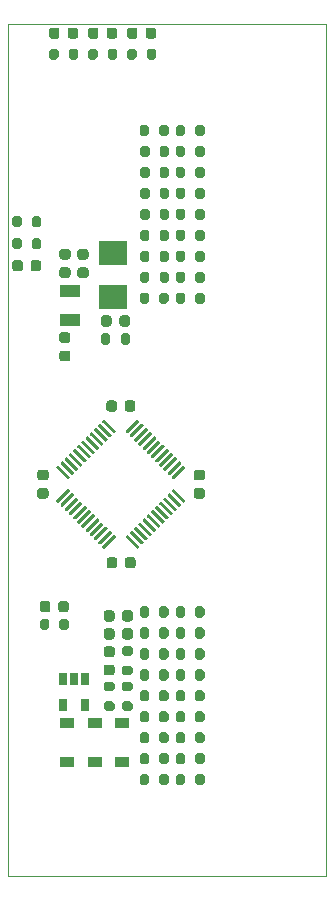
<source format=gbr>
%TF.GenerationSoftware,KiCad,Pcbnew,(5.1.9-16-g1737927814)-1*%
%TF.CreationDate,2021-07-07T15:11:54-05:00*%
%TF.ProjectId,bluepill_scsi,626c7565-7069-46c6-9c5f-736373692e6b,rev?*%
%TF.SameCoordinates,Original*%
%TF.FileFunction,Paste,Bot*%
%TF.FilePolarity,Positive*%
%FSLAX46Y46*%
G04 Gerber Fmt 4.6, Leading zero omitted, Abs format (unit mm)*
G04 Created by KiCad (PCBNEW (5.1.9-16-g1737927814)-1) date 2021-07-07 15:11:54*
%MOMM*%
%LPD*%
G01*
G04 APERTURE LIST*
%TA.AperFunction,Profile*%
%ADD10C,0.050000*%
%TD*%
%ADD11R,1.200000X0.900000*%
%ADD12R,2.400000X2.000000*%
%ADD13R,1.800000X1.000000*%
%ADD14R,0.650000X1.060000*%
G04 APERTURE END LIST*
D10*
X113538000Y-148475700D02*
X86664800Y-148475700D01*
X113538000Y-76314300D02*
X86664800Y-76314300D01*
X113538000Y-148475700D02*
X113538000Y-76314300D01*
X86664800Y-148475700D02*
X86664800Y-76314300D01*
D11*
%TO.C,D6*%
X96316800Y-138784600D03*
X96316800Y-135484600D03*
%TD*%
%TO.C,D4*%
X91605100Y-138784600D03*
X91605100Y-135484600D03*
%TD*%
%TO.C,D3*%
X93967300Y-138784600D03*
X93967300Y-135484600D03*
%TD*%
%TO.C,R47*%
G36*
G01*
X101644900Y-97480075D02*
X101644900Y-98030075D01*
G75*
G02*
X101444900Y-98230075I-200000J0D01*
G01*
X101044900Y-98230075D01*
G75*
G02*
X100844900Y-98030075I0J200000D01*
G01*
X100844900Y-97480075D01*
G75*
G02*
X101044900Y-97280075I200000J0D01*
G01*
X101444900Y-97280075D01*
G75*
G02*
X101644900Y-97480075I0J-200000D01*
G01*
G37*
G36*
G01*
X103294900Y-97480075D02*
X103294900Y-98030075D01*
G75*
G02*
X103094900Y-98230075I-200000J0D01*
G01*
X102694900Y-98230075D01*
G75*
G02*
X102494900Y-98030075I0J200000D01*
G01*
X102494900Y-97480075D01*
G75*
G02*
X102694900Y-97280075I200000J0D01*
G01*
X103094900Y-97280075D01*
G75*
G02*
X103294900Y-97480075I0J-200000D01*
G01*
G37*
%TD*%
%TO.C,R46*%
G36*
G01*
X99472300Y-98030075D02*
X99472300Y-97480075D01*
G75*
G02*
X99672300Y-97280075I200000J0D01*
G01*
X100072300Y-97280075D01*
G75*
G02*
X100272300Y-97480075I0J-200000D01*
G01*
X100272300Y-98030075D01*
G75*
G02*
X100072300Y-98230075I-200000J0D01*
G01*
X99672300Y-98230075D01*
G75*
G02*
X99472300Y-98030075I0J200000D01*
G01*
G37*
G36*
G01*
X97822300Y-98030075D02*
X97822300Y-97480075D01*
G75*
G02*
X98022300Y-97280075I200000J0D01*
G01*
X98422300Y-97280075D01*
G75*
G02*
X98622300Y-97480075I0J-200000D01*
G01*
X98622300Y-98030075D01*
G75*
G02*
X98422300Y-98230075I-200000J0D01*
G01*
X98022300Y-98230075D01*
G75*
G02*
X97822300Y-98030075I0J200000D01*
G01*
G37*
%TD*%
%TO.C,R45*%
G36*
G01*
X101644900Y-95705250D02*
X101644900Y-96255250D01*
G75*
G02*
X101444900Y-96455250I-200000J0D01*
G01*
X101044900Y-96455250D01*
G75*
G02*
X100844900Y-96255250I0J200000D01*
G01*
X100844900Y-95705250D01*
G75*
G02*
X101044900Y-95505250I200000J0D01*
G01*
X101444900Y-95505250D01*
G75*
G02*
X101644900Y-95705250I0J-200000D01*
G01*
G37*
G36*
G01*
X103294900Y-95705250D02*
X103294900Y-96255250D01*
G75*
G02*
X103094900Y-96455250I-200000J0D01*
G01*
X102694900Y-96455250D01*
G75*
G02*
X102494900Y-96255250I0J200000D01*
G01*
X102494900Y-95705250D01*
G75*
G02*
X102694900Y-95505250I200000J0D01*
G01*
X103094900Y-95505250D01*
G75*
G02*
X103294900Y-95705250I0J-200000D01*
G01*
G37*
%TD*%
%TO.C,R44*%
G36*
G01*
X99472300Y-96255250D02*
X99472300Y-95705250D01*
G75*
G02*
X99672300Y-95505250I200000J0D01*
G01*
X100072300Y-95505250D01*
G75*
G02*
X100272300Y-95705250I0J-200000D01*
G01*
X100272300Y-96255250D01*
G75*
G02*
X100072300Y-96455250I-200000J0D01*
G01*
X99672300Y-96455250D01*
G75*
G02*
X99472300Y-96255250I0J200000D01*
G01*
G37*
G36*
G01*
X97822300Y-96255250D02*
X97822300Y-95705250D01*
G75*
G02*
X98022300Y-95505250I200000J0D01*
G01*
X98422300Y-95505250D01*
G75*
G02*
X98622300Y-95705250I0J-200000D01*
G01*
X98622300Y-96255250D01*
G75*
G02*
X98422300Y-96455250I-200000J0D01*
G01*
X98022300Y-96455250D01*
G75*
G02*
X97822300Y-96255250I0J200000D01*
G01*
G37*
%TD*%
%TO.C,R43*%
G36*
G01*
X101644900Y-93930425D02*
X101644900Y-94480425D01*
G75*
G02*
X101444900Y-94680425I-200000J0D01*
G01*
X101044900Y-94680425D01*
G75*
G02*
X100844900Y-94480425I0J200000D01*
G01*
X100844900Y-93930425D01*
G75*
G02*
X101044900Y-93730425I200000J0D01*
G01*
X101444900Y-93730425D01*
G75*
G02*
X101644900Y-93930425I0J-200000D01*
G01*
G37*
G36*
G01*
X103294900Y-93930425D02*
X103294900Y-94480425D01*
G75*
G02*
X103094900Y-94680425I-200000J0D01*
G01*
X102694900Y-94680425D01*
G75*
G02*
X102494900Y-94480425I0J200000D01*
G01*
X102494900Y-93930425D01*
G75*
G02*
X102694900Y-93730425I200000J0D01*
G01*
X103094900Y-93730425D01*
G75*
G02*
X103294900Y-93930425I0J-200000D01*
G01*
G37*
%TD*%
%TO.C,R42*%
G36*
G01*
X99472300Y-94480425D02*
X99472300Y-93930425D01*
G75*
G02*
X99672300Y-93730425I200000J0D01*
G01*
X100072300Y-93730425D01*
G75*
G02*
X100272300Y-93930425I0J-200000D01*
G01*
X100272300Y-94480425D01*
G75*
G02*
X100072300Y-94680425I-200000J0D01*
G01*
X99672300Y-94680425D01*
G75*
G02*
X99472300Y-94480425I0J200000D01*
G01*
G37*
G36*
G01*
X97822300Y-94480425D02*
X97822300Y-93930425D01*
G75*
G02*
X98022300Y-93730425I200000J0D01*
G01*
X98422300Y-93730425D01*
G75*
G02*
X98622300Y-93930425I0J-200000D01*
G01*
X98622300Y-94480425D01*
G75*
G02*
X98422300Y-94680425I-200000J0D01*
G01*
X98022300Y-94680425D01*
G75*
G02*
X97822300Y-94480425I0J200000D01*
G01*
G37*
%TD*%
%TO.C,R41*%
G36*
G01*
X101644900Y-92155600D02*
X101644900Y-92705600D01*
G75*
G02*
X101444900Y-92905600I-200000J0D01*
G01*
X101044900Y-92905600D01*
G75*
G02*
X100844900Y-92705600I0J200000D01*
G01*
X100844900Y-92155600D01*
G75*
G02*
X101044900Y-91955600I200000J0D01*
G01*
X101444900Y-91955600D01*
G75*
G02*
X101644900Y-92155600I0J-200000D01*
G01*
G37*
G36*
G01*
X103294900Y-92155600D02*
X103294900Y-92705600D01*
G75*
G02*
X103094900Y-92905600I-200000J0D01*
G01*
X102694900Y-92905600D01*
G75*
G02*
X102494900Y-92705600I0J200000D01*
G01*
X102494900Y-92155600D01*
G75*
G02*
X102694900Y-91955600I200000J0D01*
G01*
X103094900Y-91955600D01*
G75*
G02*
X103294900Y-92155600I0J-200000D01*
G01*
G37*
%TD*%
%TO.C,R40*%
G36*
G01*
X99485000Y-92705600D02*
X99485000Y-92155600D01*
G75*
G02*
X99685000Y-91955600I200000J0D01*
G01*
X100085000Y-91955600D01*
G75*
G02*
X100285000Y-92155600I0J-200000D01*
G01*
X100285000Y-92705600D01*
G75*
G02*
X100085000Y-92905600I-200000J0D01*
G01*
X99685000Y-92905600D01*
G75*
G02*
X99485000Y-92705600I0J200000D01*
G01*
G37*
G36*
G01*
X97835000Y-92705600D02*
X97835000Y-92155600D01*
G75*
G02*
X98035000Y-91955600I200000J0D01*
G01*
X98435000Y-91955600D01*
G75*
G02*
X98635000Y-92155600I0J-200000D01*
G01*
X98635000Y-92705600D01*
G75*
G02*
X98435000Y-92905600I-200000J0D01*
G01*
X98035000Y-92905600D01*
G75*
G02*
X97835000Y-92705600I0J200000D01*
G01*
G37*
%TD*%
%TO.C,R39*%
G36*
G01*
X101644900Y-90380775D02*
X101644900Y-90930775D01*
G75*
G02*
X101444900Y-91130775I-200000J0D01*
G01*
X101044900Y-91130775D01*
G75*
G02*
X100844900Y-90930775I0J200000D01*
G01*
X100844900Y-90380775D01*
G75*
G02*
X101044900Y-90180775I200000J0D01*
G01*
X101444900Y-90180775D01*
G75*
G02*
X101644900Y-90380775I0J-200000D01*
G01*
G37*
G36*
G01*
X103294900Y-90380775D02*
X103294900Y-90930775D01*
G75*
G02*
X103094900Y-91130775I-200000J0D01*
G01*
X102694900Y-91130775D01*
G75*
G02*
X102494900Y-90930775I0J200000D01*
G01*
X102494900Y-90380775D01*
G75*
G02*
X102694900Y-90180775I200000J0D01*
G01*
X103094900Y-90180775D01*
G75*
G02*
X103294900Y-90380775I0J-200000D01*
G01*
G37*
%TD*%
%TO.C,R38*%
G36*
G01*
X99485000Y-90930775D02*
X99485000Y-90380775D01*
G75*
G02*
X99685000Y-90180775I200000J0D01*
G01*
X100085000Y-90180775D01*
G75*
G02*
X100285000Y-90380775I0J-200000D01*
G01*
X100285000Y-90930775D01*
G75*
G02*
X100085000Y-91130775I-200000J0D01*
G01*
X99685000Y-91130775D01*
G75*
G02*
X99485000Y-90930775I0J200000D01*
G01*
G37*
G36*
G01*
X97835000Y-90930775D02*
X97835000Y-90380775D01*
G75*
G02*
X98035000Y-90180775I200000J0D01*
G01*
X98435000Y-90180775D01*
G75*
G02*
X98635000Y-90380775I0J-200000D01*
G01*
X98635000Y-90930775D01*
G75*
G02*
X98435000Y-91130775I-200000J0D01*
G01*
X98035000Y-91130775D01*
G75*
G02*
X97835000Y-90930775I0J200000D01*
G01*
G37*
%TD*%
%TO.C,R37*%
G36*
G01*
X101644900Y-88605950D02*
X101644900Y-89155950D01*
G75*
G02*
X101444900Y-89355950I-200000J0D01*
G01*
X101044900Y-89355950D01*
G75*
G02*
X100844900Y-89155950I0J200000D01*
G01*
X100844900Y-88605950D01*
G75*
G02*
X101044900Y-88405950I200000J0D01*
G01*
X101444900Y-88405950D01*
G75*
G02*
X101644900Y-88605950I0J-200000D01*
G01*
G37*
G36*
G01*
X103294900Y-88605950D02*
X103294900Y-89155950D01*
G75*
G02*
X103094900Y-89355950I-200000J0D01*
G01*
X102694900Y-89355950D01*
G75*
G02*
X102494900Y-89155950I0J200000D01*
G01*
X102494900Y-88605950D01*
G75*
G02*
X102694900Y-88405950I200000J0D01*
G01*
X103094900Y-88405950D01*
G75*
G02*
X103294900Y-88605950I0J-200000D01*
G01*
G37*
%TD*%
%TO.C,R36*%
G36*
G01*
X99485000Y-89155950D02*
X99485000Y-88605950D01*
G75*
G02*
X99685000Y-88405950I200000J0D01*
G01*
X100085000Y-88405950D01*
G75*
G02*
X100285000Y-88605950I0J-200000D01*
G01*
X100285000Y-89155950D01*
G75*
G02*
X100085000Y-89355950I-200000J0D01*
G01*
X99685000Y-89355950D01*
G75*
G02*
X99485000Y-89155950I0J200000D01*
G01*
G37*
G36*
G01*
X97835000Y-89155950D02*
X97835000Y-88605950D01*
G75*
G02*
X98035000Y-88405950I200000J0D01*
G01*
X98435000Y-88405950D01*
G75*
G02*
X98635000Y-88605950I0J-200000D01*
G01*
X98635000Y-89155950D01*
G75*
G02*
X98435000Y-89355950I-200000J0D01*
G01*
X98035000Y-89355950D01*
G75*
G02*
X97835000Y-89155950I0J200000D01*
G01*
G37*
%TD*%
%TO.C,R35*%
G36*
G01*
X101644900Y-86831125D02*
X101644900Y-87381125D01*
G75*
G02*
X101444900Y-87581125I-200000J0D01*
G01*
X101044900Y-87581125D01*
G75*
G02*
X100844900Y-87381125I0J200000D01*
G01*
X100844900Y-86831125D01*
G75*
G02*
X101044900Y-86631125I200000J0D01*
G01*
X101444900Y-86631125D01*
G75*
G02*
X101644900Y-86831125I0J-200000D01*
G01*
G37*
G36*
G01*
X103294900Y-86831125D02*
X103294900Y-87381125D01*
G75*
G02*
X103094900Y-87581125I-200000J0D01*
G01*
X102694900Y-87581125D01*
G75*
G02*
X102494900Y-87381125I0J200000D01*
G01*
X102494900Y-86831125D01*
G75*
G02*
X102694900Y-86631125I200000J0D01*
G01*
X103094900Y-86631125D01*
G75*
G02*
X103294900Y-86831125I0J-200000D01*
G01*
G37*
%TD*%
%TO.C,R34*%
G36*
G01*
X99485000Y-87381125D02*
X99485000Y-86831125D01*
G75*
G02*
X99685000Y-86631125I200000J0D01*
G01*
X100085000Y-86631125D01*
G75*
G02*
X100285000Y-86831125I0J-200000D01*
G01*
X100285000Y-87381125D01*
G75*
G02*
X100085000Y-87581125I-200000J0D01*
G01*
X99685000Y-87581125D01*
G75*
G02*
X99485000Y-87381125I0J200000D01*
G01*
G37*
G36*
G01*
X97835000Y-87381125D02*
X97835000Y-86831125D01*
G75*
G02*
X98035000Y-86631125I200000J0D01*
G01*
X98435000Y-86631125D01*
G75*
G02*
X98635000Y-86831125I0J-200000D01*
G01*
X98635000Y-87381125D01*
G75*
G02*
X98435000Y-87581125I-200000J0D01*
G01*
X98035000Y-87581125D01*
G75*
G02*
X97835000Y-87381125I0J200000D01*
G01*
G37*
%TD*%
%TO.C,R33*%
G36*
G01*
X101644900Y-85056300D02*
X101644900Y-85606300D01*
G75*
G02*
X101444900Y-85806300I-200000J0D01*
G01*
X101044900Y-85806300D01*
G75*
G02*
X100844900Y-85606300I0J200000D01*
G01*
X100844900Y-85056300D01*
G75*
G02*
X101044900Y-84856300I200000J0D01*
G01*
X101444900Y-84856300D01*
G75*
G02*
X101644900Y-85056300I0J-200000D01*
G01*
G37*
G36*
G01*
X103294900Y-85056300D02*
X103294900Y-85606300D01*
G75*
G02*
X103094900Y-85806300I-200000J0D01*
G01*
X102694900Y-85806300D01*
G75*
G02*
X102494900Y-85606300I0J200000D01*
G01*
X102494900Y-85056300D01*
G75*
G02*
X102694900Y-84856300I200000J0D01*
G01*
X103094900Y-84856300D01*
G75*
G02*
X103294900Y-85056300I0J-200000D01*
G01*
G37*
%TD*%
%TO.C,R32*%
G36*
G01*
X99434200Y-85606300D02*
X99434200Y-85056300D01*
G75*
G02*
X99634200Y-84856300I200000J0D01*
G01*
X100034200Y-84856300D01*
G75*
G02*
X100234200Y-85056300I0J-200000D01*
G01*
X100234200Y-85606300D01*
G75*
G02*
X100034200Y-85806300I-200000J0D01*
G01*
X99634200Y-85806300D01*
G75*
G02*
X99434200Y-85606300I0J200000D01*
G01*
G37*
G36*
G01*
X97784200Y-85606300D02*
X97784200Y-85056300D01*
G75*
G02*
X97984200Y-84856300I200000J0D01*
G01*
X98384200Y-84856300D01*
G75*
G02*
X98584200Y-85056300I0J-200000D01*
G01*
X98584200Y-85606300D01*
G75*
G02*
X98384200Y-85806300I-200000J0D01*
G01*
X97984200Y-85806300D01*
G75*
G02*
X97784200Y-85606300I0J200000D01*
G01*
G37*
%TD*%
%TO.C,R31*%
G36*
G01*
X101644900Y-99254900D02*
X101644900Y-99804900D01*
G75*
G02*
X101444900Y-100004900I-200000J0D01*
G01*
X101044900Y-100004900D01*
G75*
G02*
X100844900Y-99804900I0J200000D01*
G01*
X100844900Y-99254900D01*
G75*
G02*
X101044900Y-99054900I200000J0D01*
G01*
X101444900Y-99054900D01*
G75*
G02*
X101644900Y-99254900I0J-200000D01*
G01*
G37*
G36*
G01*
X103294900Y-99254900D02*
X103294900Y-99804900D01*
G75*
G02*
X103094900Y-100004900I-200000J0D01*
G01*
X102694900Y-100004900D01*
G75*
G02*
X102494900Y-99804900I0J200000D01*
G01*
X102494900Y-99254900D01*
G75*
G02*
X102694900Y-99054900I200000J0D01*
G01*
X103094900Y-99054900D01*
G75*
G02*
X103294900Y-99254900I0J-200000D01*
G01*
G37*
%TD*%
%TO.C,R30*%
G36*
G01*
X99434200Y-99804900D02*
X99434200Y-99254900D01*
G75*
G02*
X99634200Y-99054900I200000J0D01*
G01*
X100034200Y-99054900D01*
G75*
G02*
X100234200Y-99254900I0J-200000D01*
G01*
X100234200Y-99804900D01*
G75*
G02*
X100034200Y-100004900I-200000J0D01*
G01*
X99634200Y-100004900D01*
G75*
G02*
X99434200Y-99804900I0J200000D01*
G01*
G37*
G36*
G01*
X97784200Y-99804900D02*
X97784200Y-99254900D01*
G75*
G02*
X97984200Y-99054900I200000J0D01*
G01*
X98384200Y-99054900D01*
G75*
G02*
X98584200Y-99254900I0J-200000D01*
G01*
X98584200Y-99804900D01*
G75*
G02*
X98384200Y-100004900I-200000J0D01*
G01*
X97984200Y-100004900D01*
G75*
G02*
X97784200Y-99804900I0J200000D01*
G01*
G37*
%TD*%
%TO.C,R29*%
G36*
G01*
X101632200Y-125823300D02*
X101632200Y-126373300D01*
G75*
G02*
X101432200Y-126573300I-200000J0D01*
G01*
X101032200Y-126573300D01*
G75*
G02*
X100832200Y-126373300I0J200000D01*
G01*
X100832200Y-125823300D01*
G75*
G02*
X101032200Y-125623300I200000J0D01*
G01*
X101432200Y-125623300D01*
G75*
G02*
X101632200Y-125823300I0J-200000D01*
G01*
G37*
G36*
G01*
X103282200Y-125823300D02*
X103282200Y-126373300D01*
G75*
G02*
X103082200Y-126573300I-200000J0D01*
G01*
X102682200Y-126573300D01*
G75*
G02*
X102482200Y-126373300I0J200000D01*
G01*
X102482200Y-125823300D01*
G75*
G02*
X102682200Y-125623300I200000J0D01*
G01*
X103082200Y-125623300D01*
G75*
G02*
X103282200Y-125823300I0J-200000D01*
G01*
G37*
%TD*%
%TO.C,R28*%
G36*
G01*
X99434200Y-126373300D02*
X99434200Y-125823300D01*
G75*
G02*
X99634200Y-125623300I200000J0D01*
G01*
X100034200Y-125623300D01*
G75*
G02*
X100234200Y-125823300I0J-200000D01*
G01*
X100234200Y-126373300D01*
G75*
G02*
X100034200Y-126573300I-200000J0D01*
G01*
X99634200Y-126573300D01*
G75*
G02*
X99434200Y-126373300I0J200000D01*
G01*
G37*
G36*
G01*
X97784200Y-126373300D02*
X97784200Y-125823300D01*
G75*
G02*
X97984200Y-125623300I200000J0D01*
G01*
X98384200Y-125623300D01*
G75*
G02*
X98584200Y-125823300I0J-200000D01*
G01*
X98584200Y-126373300D01*
G75*
G02*
X98384200Y-126573300I-200000J0D01*
G01*
X97984200Y-126573300D01*
G75*
G02*
X97784200Y-126373300I0J200000D01*
G01*
G37*
%TD*%
%TO.C,R27*%
G36*
G01*
X101632200Y-129372950D02*
X101632200Y-129922950D01*
G75*
G02*
X101432200Y-130122950I-200000J0D01*
G01*
X101032200Y-130122950D01*
G75*
G02*
X100832200Y-129922950I0J200000D01*
G01*
X100832200Y-129372950D01*
G75*
G02*
X101032200Y-129172950I200000J0D01*
G01*
X101432200Y-129172950D01*
G75*
G02*
X101632200Y-129372950I0J-200000D01*
G01*
G37*
G36*
G01*
X103282200Y-129372950D02*
X103282200Y-129922950D01*
G75*
G02*
X103082200Y-130122950I-200000J0D01*
G01*
X102682200Y-130122950D01*
G75*
G02*
X102482200Y-129922950I0J200000D01*
G01*
X102482200Y-129372950D01*
G75*
G02*
X102682200Y-129172950I200000J0D01*
G01*
X103082200Y-129172950D01*
G75*
G02*
X103282200Y-129372950I0J-200000D01*
G01*
G37*
%TD*%
%TO.C,R26*%
G36*
G01*
X99434200Y-129922950D02*
X99434200Y-129372950D01*
G75*
G02*
X99634200Y-129172950I200000J0D01*
G01*
X100034200Y-129172950D01*
G75*
G02*
X100234200Y-129372950I0J-200000D01*
G01*
X100234200Y-129922950D01*
G75*
G02*
X100034200Y-130122950I-200000J0D01*
G01*
X99634200Y-130122950D01*
G75*
G02*
X99434200Y-129922950I0J200000D01*
G01*
G37*
G36*
G01*
X97784200Y-129922950D02*
X97784200Y-129372950D01*
G75*
G02*
X97984200Y-129172950I200000J0D01*
G01*
X98384200Y-129172950D01*
G75*
G02*
X98584200Y-129372950I0J-200000D01*
G01*
X98584200Y-129922950D01*
G75*
G02*
X98384200Y-130122950I-200000J0D01*
G01*
X97984200Y-130122950D01*
G75*
G02*
X97784200Y-129922950I0J200000D01*
G01*
G37*
%TD*%
%TO.C,R25*%
G36*
G01*
X101632200Y-131147775D02*
X101632200Y-131697775D01*
G75*
G02*
X101432200Y-131897775I-200000J0D01*
G01*
X101032200Y-131897775D01*
G75*
G02*
X100832200Y-131697775I0J200000D01*
G01*
X100832200Y-131147775D01*
G75*
G02*
X101032200Y-130947775I200000J0D01*
G01*
X101432200Y-130947775D01*
G75*
G02*
X101632200Y-131147775I0J-200000D01*
G01*
G37*
G36*
G01*
X103282200Y-131147775D02*
X103282200Y-131697775D01*
G75*
G02*
X103082200Y-131897775I-200000J0D01*
G01*
X102682200Y-131897775D01*
G75*
G02*
X102482200Y-131697775I0J200000D01*
G01*
X102482200Y-131147775D01*
G75*
G02*
X102682200Y-130947775I200000J0D01*
G01*
X103082200Y-130947775D01*
G75*
G02*
X103282200Y-131147775I0J-200000D01*
G01*
G37*
%TD*%
%TO.C,R24*%
G36*
G01*
X99434200Y-131697775D02*
X99434200Y-131147775D01*
G75*
G02*
X99634200Y-130947775I200000J0D01*
G01*
X100034200Y-130947775D01*
G75*
G02*
X100234200Y-131147775I0J-200000D01*
G01*
X100234200Y-131697775D01*
G75*
G02*
X100034200Y-131897775I-200000J0D01*
G01*
X99634200Y-131897775D01*
G75*
G02*
X99434200Y-131697775I0J200000D01*
G01*
G37*
G36*
G01*
X97784200Y-131697775D02*
X97784200Y-131147775D01*
G75*
G02*
X97984200Y-130947775I200000J0D01*
G01*
X98384200Y-130947775D01*
G75*
G02*
X98584200Y-131147775I0J-200000D01*
G01*
X98584200Y-131697775D01*
G75*
G02*
X98384200Y-131897775I-200000J0D01*
G01*
X97984200Y-131897775D01*
G75*
G02*
X97784200Y-131697775I0J200000D01*
G01*
G37*
%TD*%
%TO.C,R23*%
G36*
G01*
X101632200Y-134697425D02*
X101632200Y-135247425D01*
G75*
G02*
X101432200Y-135447425I-200000J0D01*
G01*
X101032200Y-135447425D01*
G75*
G02*
X100832200Y-135247425I0J200000D01*
G01*
X100832200Y-134697425D01*
G75*
G02*
X101032200Y-134497425I200000J0D01*
G01*
X101432200Y-134497425D01*
G75*
G02*
X101632200Y-134697425I0J-200000D01*
G01*
G37*
G36*
G01*
X103282200Y-134697425D02*
X103282200Y-135247425D01*
G75*
G02*
X103082200Y-135447425I-200000J0D01*
G01*
X102682200Y-135447425D01*
G75*
G02*
X102482200Y-135247425I0J200000D01*
G01*
X102482200Y-134697425D01*
G75*
G02*
X102682200Y-134497425I200000J0D01*
G01*
X103082200Y-134497425D01*
G75*
G02*
X103282200Y-134697425I0J-200000D01*
G01*
G37*
%TD*%
%TO.C,R22*%
G36*
G01*
X99434200Y-135247425D02*
X99434200Y-134697425D01*
G75*
G02*
X99634200Y-134497425I200000J0D01*
G01*
X100034200Y-134497425D01*
G75*
G02*
X100234200Y-134697425I0J-200000D01*
G01*
X100234200Y-135247425D01*
G75*
G02*
X100034200Y-135447425I-200000J0D01*
G01*
X99634200Y-135447425D01*
G75*
G02*
X99434200Y-135247425I0J200000D01*
G01*
G37*
G36*
G01*
X97784200Y-135247425D02*
X97784200Y-134697425D01*
G75*
G02*
X97984200Y-134497425I200000J0D01*
G01*
X98384200Y-134497425D01*
G75*
G02*
X98584200Y-134697425I0J-200000D01*
G01*
X98584200Y-135247425D01*
G75*
G02*
X98384200Y-135447425I-200000J0D01*
G01*
X97984200Y-135447425D01*
G75*
G02*
X97784200Y-135247425I0J200000D01*
G01*
G37*
%TD*%
%TO.C,R21*%
G36*
G01*
X101632200Y-127598125D02*
X101632200Y-128148125D01*
G75*
G02*
X101432200Y-128348125I-200000J0D01*
G01*
X101032200Y-128348125D01*
G75*
G02*
X100832200Y-128148125I0J200000D01*
G01*
X100832200Y-127598125D01*
G75*
G02*
X101032200Y-127398125I200000J0D01*
G01*
X101432200Y-127398125D01*
G75*
G02*
X101632200Y-127598125I0J-200000D01*
G01*
G37*
G36*
G01*
X103282200Y-127598125D02*
X103282200Y-128148125D01*
G75*
G02*
X103082200Y-128348125I-200000J0D01*
G01*
X102682200Y-128348125D01*
G75*
G02*
X102482200Y-128148125I0J200000D01*
G01*
X102482200Y-127598125D01*
G75*
G02*
X102682200Y-127398125I200000J0D01*
G01*
X103082200Y-127398125D01*
G75*
G02*
X103282200Y-127598125I0J-200000D01*
G01*
G37*
%TD*%
%TO.C,R20*%
G36*
G01*
X99434200Y-128148125D02*
X99434200Y-127598125D01*
G75*
G02*
X99634200Y-127398125I200000J0D01*
G01*
X100034200Y-127398125D01*
G75*
G02*
X100234200Y-127598125I0J-200000D01*
G01*
X100234200Y-128148125D01*
G75*
G02*
X100034200Y-128348125I-200000J0D01*
G01*
X99634200Y-128348125D01*
G75*
G02*
X99434200Y-128148125I0J200000D01*
G01*
G37*
G36*
G01*
X97784200Y-128148125D02*
X97784200Y-127598125D01*
G75*
G02*
X97984200Y-127398125I200000J0D01*
G01*
X98384200Y-127398125D01*
G75*
G02*
X98584200Y-127598125I0J-200000D01*
G01*
X98584200Y-128148125D01*
G75*
G02*
X98384200Y-128348125I-200000J0D01*
G01*
X97984200Y-128348125D01*
G75*
G02*
X97784200Y-128148125I0J200000D01*
G01*
G37*
%TD*%
%TO.C,R19*%
G36*
G01*
X101632200Y-132922600D02*
X101632200Y-133472600D01*
G75*
G02*
X101432200Y-133672600I-200000J0D01*
G01*
X101032200Y-133672600D01*
G75*
G02*
X100832200Y-133472600I0J200000D01*
G01*
X100832200Y-132922600D01*
G75*
G02*
X101032200Y-132722600I200000J0D01*
G01*
X101432200Y-132722600D01*
G75*
G02*
X101632200Y-132922600I0J-200000D01*
G01*
G37*
G36*
G01*
X103282200Y-132922600D02*
X103282200Y-133472600D01*
G75*
G02*
X103082200Y-133672600I-200000J0D01*
G01*
X102682200Y-133672600D01*
G75*
G02*
X102482200Y-133472600I0J200000D01*
G01*
X102482200Y-132922600D01*
G75*
G02*
X102682200Y-132722600I200000J0D01*
G01*
X103082200Y-132722600D01*
G75*
G02*
X103282200Y-132922600I0J-200000D01*
G01*
G37*
%TD*%
%TO.C,R18*%
G36*
G01*
X99434200Y-133472600D02*
X99434200Y-132922600D01*
G75*
G02*
X99634200Y-132722600I200000J0D01*
G01*
X100034200Y-132722600D01*
G75*
G02*
X100234200Y-132922600I0J-200000D01*
G01*
X100234200Y-133472600D01*
G75*
G02*
X100034200Y-133672600I-200000J0D01*
G01*
X99634200Y-133672600D01*
G75*
G02*
X99434200Y-133472600I0J200000D01*
G01*
G37*
G36*
G01*
X97784200Y-133472600D02*
X97784200Y-132922600D01*
G75*
G02*
X97984200Y-132722600I200000J0D01*
G01*
X98384200Y-132722600D01*
G75*
G02*
X98584200Y-132922600I0J-200000D01*
G01*
X98584200Y-133472600D01*
G75*
G02*
X98384200Y-133672600I-200000J0D01*
G01*
X97984200Y-133672600D01*
G75*
G02*
X97784200Y-133472600I0J200000D01*
G01*
G37*
%TD*%
%TO.C,R17*%
G36*
G01*
X101632200Y-136472250D02*
X101632200Y-137022250D01*
G75*
G02*
X101432200Y-137222250I-200000J0D01*
G01*
X101032200Y-137222250D01*
G75*
G02*
X100832200Y-137022250I0J200000D01*
G01*
X100832200Y-136472250D01*
G75*
G02*
X101032200Y-136272250I200000J0D01*
G01*
X101432200Y-136272250D01*
G75*
G02*
X101632200Y-136472250I0J-200000D01*
G01*
G37*
G36*
G01*
X103282200Y-136472250D02*
X103282200Y-137022250D01*
G75*
G02*
X103082200Y-137222250I-200000J0D01*
G01*
X102682200Y-137222250D01*
G75*
G02*
X102482200Y-137022250I0J200000D01*
G01*
X102482200Y-136472250D01*
G75*
G02*
X102682200Y-136272250I200000J0D01*
G01*
X103082200Y-136272250D01*
G75*
G02*
X103282200Y-136472250I0J-200000D01*
G01*
G37*
%TD*%
%TO.C,R16*%
G36*
G01*
X99434200Y-137022250D02*
X99434200Y-136472250D01*
G75*
G02*
X99634200Y-136272250I200000J0D01*
G01*
X100034200Y-136272250D01*
G75*
G02*
X100234200Y-136472250I0J-200000D01*
G01*
X100234200Y-137022250D01*
G75*
G02*
X100034200Y-137222250I-200000J0D01*
G01*
X99634200Y-137222250D01*
G75*
G02*
X99434200Y-137022250I0J200000D01*
G01*
G37*
G36*
G01*
X97784200Y-137022250D02*
X97784200Y-136472250D01*
G75*
G02*
X97984200Y-136272250I200000J0D01*
G01*
X98384200Y-136272250D01*
G75*
G02*
X98584200Y-136472250I0J-200000D01*
G01*
X98584200Y-137022250D01*
G75*
G02*
X98384200Y-137222250I-200000J0D01*
G01*
X97984200Y-137222250D01*
G75*
G02*
X97784200Y-137022250I0J200000D01*
G01*
G37*
%TD*%
%TO.C,R15*%
G36*
G01*
X101632200Y-138247075D02*
X101632200Y-138797075D01*
G75*
G02*
X101432200Y-138997075I-200000J0D01*
G01*
X101032200Y-138997075D01*
G75*
G02*
X100832200Y-138797075I0J200000D01*
G01*
X100832200Y-138247075D01*
G75*
G02*
X101032200Y-138047075I200000J0D01*
G01*
X101432200Y-138047075D01*
G75*
G02*
X101632200Y-138247075I0J-200000D01*
G01*
G37*
G36*
G01*
X103282200Y-138247075D02*
X103282200Y-138797075D01*
G75*
G02*
X103082200Y-138997075I-200000J0D01*
G01*
X102682200Y-138997075D01*
G75*
G02*
X102482200Y-138797075I0J200000D01*
G01*
X102482200Y-138247075D01*
G75*
G02*
X102682200Y-138047075I200000J0D01*
G01*
X103082200Y-138047075D01*
G75*
G02*
X103282200Y-138247075I0J-200000D01*
G01*
G37*
%TD*%
%TO.C,R14*%
G36*
G01*
X99434200Y-138797075D02*
X99434200Y-138247075D01*
G75*
G02*
X99634200Y-138047075I200000J0D01*
G01*
X100034200Y-138047075D01*
G75*
G02*
X100234200Y-138247075I0J-200000D01*
G01*
X100234200Y-138797075D01*
G75*
G02*
X100034200Y-138997075I-200000J0D01*
G01*
X99634200Y-138997075D01*
G75*
G02*
X99434200Y-138797075I0J200000D01*
G01*
G37*
G36*
G01*
X97784200Y-138797075D02*
X97784200Y-138247075D01*
G75*
G02*
X97984200Y-138047075I200000J0D01*
G01*
X98384200Y-138047075D01*
G75*
G02*
X98584200Y-138247075I0J-200000D01*
G01*
X98584200Y-138797075D01*
G75*
G02*
X98384200Y-138997075I-200000J0D01*
G01*
X97984200Y-138997075D01*
G75*
G02*
X97784200Y-138797075I0J200000D01*
G01*
G37*
%TD*%
%TO.C,R13*%
G36*
G01*
X101632200Y-140021900D02*
X101632200Y-140571900D01*
G75*
G02*
X101432200Y-140771900I-200000J0D01*
G01*
X101032200Y-140771900D01*
G75*
G02*
X100832200Y-140571900I0J200000D01*
G01*
X100832200Y-140021900D01*
G75*
G02*
X101032200Y-139821900I200000J0D01*
G01*
X101432200Y-139821900D01*
G75*
G02*
X101632200Y-140021900I0J-200000D01*
G01*
G37*
G36*
G01*
X103282200Y-140021900D02*
X103282200Y-140571900D01*
G75*
G02*
X103082200Y-140771900I-200000J0D01*
G01*
X102682200Y-140771900D01*
G75*
G02*
X102482200Y-140571900I0J200000D01*
G01*
X102482200Y-140021900D01*
G75*
G02*
X102682200Y-139821900I200000J0D01*
G01*
X103082200Y-139821900D01*
G75*
G02*
X103282200Y-140021900I0J-200000D01*
G01*
G37*
%TD*%
%TO.C,R12*%
G36*
G01*
X99434200Y-140571900D02*
X99434200Y-140021900D01*
G75*
G02*
X99634200Y-139821900I200000J0D01*
G01*
X100034200Y-139821900D01*
G75*
G02*
X100234200Y-140021900I0J-200000D01*
G01*
X100234200Y-140571900D01*
G75*
G02*
X100034200Y-140771900I-200000J0D01*
G01*
X99634200Y-140771900D01*
G75*
G02*
X99434200Y-140571900I0J200000D01*
G01*
G37*
G36*
G01*
X97784200Y-140571900D02*
X97784200Y-140021900D01*
G75*
G02*
X97984200Y-139821900I200000J0D01*
G01*
X98384200Y-139821900D01*
G75*
G02*
X98584200Y-140021900I0J-200000D01*
G01*
X98584200Y-140571900D01*
G75*
G02*
X98384200Y-140771900I-200000J0D01*
G01*
X97984200Y-140771900D01*
G75*
G02*
X97784200Y-140571900I0J200000D01*
G01*
G37*
%TD*%
%TO.C,C6*%
G36*
G01*
X95661600Y-127702500D02*
X95661600Y-128202500D01*
G75*
G02*
X95436600Y-128427500I-225000J0D01*
G01*
X94986600Y-128427500D01*
G75*
G02*
X94761600Y-128202500I0J225000D01*
G01*
X94761600Y-127702500D01*
G75*
G02*
X94986600Y-127477500I225000J0D01*
G01*
X95436600Y-127477500D01*
G75*
G02*
X95661600Y-127702500I0J-225000D01*
G01*
G37*
G36*
G01*
X97211600Y-127702500D02*
X97211600Y-128202500D01*
G75*
G02*
X96986600Y-128427500I-225000J0D01*
G01*
X96536600Y-128427500D01*
G75*
G02*
X96311600Y-128202500I0J225000D01*
G01*
X96311600Y-127702500D01*
G75*
G02*
X96536600Y-127477500I225000J0D01*
G01*
X96986600Y-127477500D01*
G75*
G02*
X97211600Y-127702500I0J-225000D01*
G01*
G37*
%TD*%
%TO.C,C7*%
G36*
G01*
X95661600Y-126178500D02*
X95661600Y-126678500D01*
G75*
G02*
X95436600Y-126903500I-225000J0D01*
G01*
X94986600Y-126903500D01*
G75*
G02*
X94761600Y-126678500I0J225000D01*
G01*
X94761600Y-126178500D01*
G75*
G02*
X94986600Y-125953500I225000J0D01*
G01*
X95436600Y-125953500D01*
G75*
G02*
X95661600Y-126178500I0J-225000D01*
G01*
G37*
G36*
G01*
X97211600Y-126178500D02*
X97211600Y-126678500D01*
G75*
G02*
X96986600Y-126903500I-225000J0D01*
G01*
X96536600Y-126903500D01*
G75*
G02*
X96311600Y-126678500I0J225000D01*
G01*
X96311600Y-126178500D01*
G75*
G02*
X96536600Y-125953500I225000J0D01*
G01*
X96986600Y-125953500D01*
G75*
G02*
X97211600Y-126178500I0J-225000D01*
G01*
G37*
%TD*%
%TO.C,C5*%
G36*
G01*
X95461900Y-129913500D02*
X94961900Y-129913500D01*
G75*
G02*
X94736900Y-129688500I0J225000D01*
G01*
X94736900Y-129238500D01*
G75*
G02*
X94961900Y-129013500I225000J0D01*
G01*
X95461900Y-129013500D01*
G75*
G02*
X95686900Y-129238500I0J-225000D01*
G01*
X95686900Y-129688500D01*
G75*
G02*
X95461900Y-129913500I-225000J0D01*
G01*
G37*
G36*
G01*
X95461900Y-131463500D02*
X94961900Y-131463500D01*
G75*
G02*
X94736900Y-131238500I0J225000D01*
G01*
X94736900Y-130788500D01*
G75*
G02*
X94961900Y-130563500I225000J0D01*
G01*
X95461900Y-130563500D01*
G75*
G02*
X95686900Y-130788500I0J-225000D01*
G01*
X95686900Y-131238500D01*
G75*
G02*
X95461900Y-131463500I-225000J0D01*
G01*
G37*
%TD*%
D12*
%TO.C,Y2*%
X95554800Y-99398700D03*
X95554800Y-95698700D03*
%TD*%
D13*
%TO.C,Y3*%
X91871800Y-98876800D03*
X91871800Y-101376800D03*
%TD*%
%TO.C,U2*%
G36*
G01*
X94841320Y-109810887D02*
X95778236Y-110747803D01*
G75*
G02*
X95778236Y-110853869I-53033J-53033D01*
G01*
X95672170Y-110959935D01*
G75*
G02*
X95566104Y-110959935I-53033J53033D01*
G01*
X94629188Y-110023019D01*
G75*
G02*
X94629188Y-109916953I53033J53033D01*
G01*
X94735254Y-109810887D01*
G75*
G02*
X94841320Y-109810887I53033J-53033D01*
G01*
G37*
G36*
G01*
X94487766Y-110164441D02*
X95424682Y-111101357D01*
G75*
G02*
X95424682Y-111207423I-53033J-53033D01*
G01*
X95318616Y-111313489D01*
G75*
G02*
X95212550Y-111313489I-53033J53033D01*
G01*
X94275634Y-110376573D01*
G75*
G02*
X94275634Y-110270507I53033J53033D01*
G01*
X94381700Y-110164441D01*
G75*
G02*
X94487766Y-110164441I53033J-53033D01*
G01*
G37*
G36*
G01*
X94134213Y-110517994D02*
X95071129Y-111454910D01*
G75*
G02*
X95071129Y-111560976I-53033J-53033D01*
G01*
X94965063Y-111667042D01*
G75*
G02*
X94858997Y-111667042I-53033J53033D01*
G01*
X93922081Y-110730126D01*
G75*
G02*
X93922081Y-110624060I53033J53033D01*
G01*
X94028147Y-110517994D01*
G75*
G02*
X94134213Y-110517994I53033J-53033D01*
G01*
G37*
G36*
G01*
X93780659Y-110871548D02*
X94717575Y-111808464D01*
G75*
G02*
X94717575Y-111914530I-53033J-53033D01*
G01*
X94611509Y-112020596D01*
G75*
G02*
X94505443Y-112020596I-53033J53033D01*
G01*
X93568527Y-111083680D01*
G75*
G02*
X93568527Y-110977614I53033J53033D01*
G01*
X93674593Y-110871548D01*
G75*
G02*
X93780659Y-110871548I53033J-53033D01*
G01*
G37*
G36*
G01*
X93427106Y-111225101D02*
X94364022Y-112162017D01*
G75*
G02*
X94364022Y-112268083I-53033J-53033D01*
G01*
X94257956Y-112374149D01*
G75*
G02*
X94151890Y-112374149I-53033J53033D01*
G01*
X93214974Y-111437233D01*
G75*
G02*
X93214974Y-111331167I53033J53033D01*
G01*
X93321040Y-111225101D01*
G75*
G02*
X93427106Y-111225101I53033J-53033D01*
G01*
G37*
G36*
G01*
X93073553Y-111578654D02*
X94010469Y-112515570D01*
G75*
G02*
X94010469Y-112621636I-53033J-53033D01*
G01*
X93904403Y-112727702D01*
G75*
G02*
X93798337Y-112727702I-53033J53033D01*
G01*
X92861421Y-111790786D01*
G75*
G02*
X92861421Y-111684720I53033J53033D01*
G01*
X92967487Y-111578654D01*
G75*
G02*
X93073553Y-111578654I53033J-53033D01*
G01*
G37*
G36*
G01*
X92719999Y-111932208D02*
X93656915Y-112869124D01*
G75*
G02*
X93656915Y-112975190I-53033J-53033D01*
G01*
X93550849Y-113081256D01*
G75*
G02*
X93444783Y-113081256I-53033J53033D01*
G01*
X92507867Y-112144340D01*
G75*
G02*
X92507867Y-112038274I53033J53033D01*
G01*
X92613933Y-111932208D01*
G75*
G02*
X92719999Y-111932208I53033J-53033D01*
G01*
G37*
G36*
G01*
X92366446Y-112285761D02*
X93303362Y-113222677D01*
G75*
G02*
X93303362Y-113328743I-53033J-53033D01*
G01*
X93197296Y-113434809D01*
G75*
G02*
X93091230Y-113434809I-53033J53033D01*
G01*
X92154314Y-112497893D01*
G75*
G02*
X92154314Y-112391827I53033J53033D01*
G01*
X92260380Y-112285761D01*
G75*
G02*
X92366446Y-112285761I53033J-53033D01*
G01*
G37*
G36*
G01*
X92012893Y-112639314D02*
X92949809Y-113576230D01*
G75*
G02*
X92949809Y-113682296I-53033J-53033D01*
G01*
X92843743Y-113788362D01*
G75*
G02*
X92737677Y-113788362I-53033J53033D01*
G01*
X91800761Y-112851446D01*
G75*
G02*
X91800761Y-112745380I53033J53033D01*
G01*
X91906827Y-112639314D01*
G75*
G02*
X92012893Y-112639314I53033J-53033D01*
G01*
G37*
G36*
G01*
X91659339Y-112992868D02*
X92596255Y-113929784D01*
G75*
G02*
X92596255Y-114035850I-53033J-53033D01*
G01*
X92490189Y-114141916D01*
G75*
G02*
X92384123Y-114141916I-53033J53033D01*
G01*
X91447207Y-113205000D01*
G75*
G02*
X91447207Y-113098934I53033J53033D01*
G01*
X91553273Y-112992868D01*
G75*
G02*
X91659339Y-112992868I53033J-53033D01*
G01*
G37*
G36*
G01*
X91305786Y-113346421D02*
X92242702Y-114283337D01*
G75*
G02*
X92242702Y-114389403I-53033J-53033D01*
G01*
X92136636Y-114495469D01*
G75*
G02*
X92030570Y-114495469I-53033J53033D01*
G01*
X91093654Y-113558553D01*
G75*
G02*
X91093654Y-113452487I53033J53033D01*
G01*
X91199720Y-113346421D01*
G75*
G02*
X91305786Y-113346421I53033J-53033D01*
G01*
G37*
G36*
G01*
X90952232Y-113699975D02*
X91889148Y-114636891D01*
G75*
G02*
X91889148Y-114742957I-53033J-53033D01*
G01*
X91783082Y-114849023D01*
G75*
G02*
X91677016Y-114849023I-53033J53033D01*
G01*
X90740100Y-113912107D01*
G75*
G02*
X90740100Y-113806041I53033J53033D01*
G01*
X90846166Y-113699975D01*
G75*
G02*
X90952232Y-113699975I53033J-53033D01*
G01*
G37*
G36*
G01*
X91783082Y-115697551D02*
X91889148Y-115803617D01*
G75*
G02*
X91889148Y-115909683I-53033J-53033D01*
G01*
X90952232Y-116846599D01*
G75*
G02*
X90846166Y-116846599I-53033J53033D01*
G01*
X90740100Y-116740533D01*
G75*
G02*
X90740100Y-116634467I53033J53033D01*
G01*
X91677016Y-115697551D01*
G75*
G02*
X91783082Y-115697551I53033J-53033D01*
G01*
G37*
G36*
G01*
X92136636Y-116051105D02*
X92242702Y-116157171D01*
G75*
G02*
X92242702Y-116263237I-53033J-53033D01*
G01*
X91305786Y-117200153D01*
G75*
G02*
X91199720Y-117200153I-53033J53033D01*
G01*
X91093654Y-117094087D01*
G75*
G02*
X91093654Y-116988021I53033J53033D01*
G01*
X92030570Y-116051105D01*
G75*
G02*
X92136636Y-116051105I53033J-53033D01*
G01*
G37*
G36*
G01*
X92490189Y-116404658D02*
X92596255Y-116510724D01*
G75*
G02*
X92596255Y-116616790I-53033J-53033D01*
G01*
X91659339Y-117553706D01*
G75*
G02*
X91553273Y-117553706I-53033J53033D01*
G01*
X91447207Y-117447640D01*
G75*
G02*
X91447207Y-117341574I53033J53033D01*
G01*
X92384123Y-116404658D01*
G75*
G02*
X92490189Y-116404658I53033J-53033D01*
G01*
G37*
G36*
G01*
X92843743Y-116758212D02*
X92949809Y-116864278D01*
G75*
G02*
X92949809Y-116970344I-53033J-53033D01*
G01*
X92012893Y-117907260D01*
G75*
G02*
X91906827Y-117907260I-53033J53033D01*
G01*
X91800761Y-117801194D01*
G75*
G02*
X91800761Y-117695128I53033J53033D01*
G01*
X92737677Y-116758212D01*
G75*
G02*
X92843743Y-116758212I53033J-53033D01*
G01*
G37*
G36*
G01*
X93197296Y-117111765D02*
X93303362Y-117217831D01*
G75*
G02*
X93303362Y-117323897I-53033J-53033D01*
G01*
X92366446Y-118260813D01*
G75*
G02*
X92260380Y-118260813I-53033J53033D01*
G01*
X92154314Y-118154747D01*
G75*
G02*
X92154314Y-118048681I53033J53033D01*
G01*
X93091230Y-117111765D01*
G75*
G02*
X93197296Y-117111765I53033J-53033D01*
G01*
G37*
G36*
G01*
X93550849Y-117465318D02*
X93656915Y-117571384D01*
G75*
G02*
X93656915Y-117677450I-53033J-53033D01*
G01*
X92719999Y-118614366D01*
G75*
G02*
X92613933Y-118614366I-53033J53033D01*
G01*
X92507867Y-118508300D01*
G75*
G02*
X92507867Y-118402234I53033J53033D01*
G01*
X93444783Y-117465318D01*
G75*
G02*
X93550849Y-117465318I53033J-53033D01*
G01*
G37*
G36*
G01*
X93904403Y-117818872D02*
X94010469Y-117924938D01*
G75*
G02*
X94010469Y-118031004I-53033J-53033D01*
G01*
X93073553Y-118967920D01*
G75*
G02*
X92967487Y-118967920I-53033J53033D01*
G01*
X92861421Y-118861854D01*
G75*
G02*
X92861421Y-118755788I53033J53033D01*
G01*
X93798337Y-117818872D01*
G75*
G02*
X93904403Y-117818872I53033J-53033D01*
G01*
G37*
G36*
G01*
X94257956Y-118172425D02*
X94364022Y-118278491D01*
G75*
G02*
X94364022Y-118384557I-53033J-53033D01*
G01*
X93427106Y-119321473D01*
G75*
G02*
X93321040Y-119321473I-53033J53033D01*
G01*
X93214974Y-119215407D01*
G75*
G02*
X93214974Y-119109341I53033J53033D01*
G01*
X94151890Y-118172425D01*
G75*
G02*
X94257956Y-118172425I53033J-53033D01*
G01*
G37*
G36*
G01*
X94611509Y-118525978D02*
X94717575Y-118632044D01*
G75*
G02*
X94717575Y-118738110I-53033J-53033D01*
G01*
X93780659Y-119675026D01*
G75*
G02*
X93674593Y-119675026I-53033J53033D01*
G01*
X93568527Y-119568960D01*
G75*
G02*
X93568527Y-119462894I53033J53033D01*
G01*
X94505443Y-118525978D01*
G75*
G02*
X94611509Y-118525978I53033J-53033D01*
G01*
G37*
G36*
G01*
X94965063Y-118879532D02*
X95071129Y-118985598D01*
G75*
G02*
X95071129Y-119091664I-53033J-53033D01*
G01*
X94134213Y-120028580D01*
G75*
G02*
X94028147Y-120028580I-53033J53033D01*
G01*
X93922081Y-119922514D01*
G75*
G02*
X93922081Y-119816448I53033J53033D01*
G01*
X94858997Y-118879532D01*
G75*
G02*
X94965063Y-118879532I53033J-53033D01*
G01*
G37*
G36*
G01*
X95318616Y-119233085D02*
X95424682Y-119339151D01*
G75*
G02*
X95424682Y-119445217I-53033J-53033D01*
G01*
X94487766Y-120382133D01*
G75*
G02*
X94381700Y-120382133I-53033J53033D01*
G01*
X94275634Y-120276067D01*
G75*
G02*
X94275634Y-120170001I53033J53033D01*
G01*
X95212550Y-119233085D01*
G75*
G02*
X95318616Y-119233085I53033J-53033D01*
G01*
G37*
G36*
G01*
X95672170Y-119586639D02*
X95778236Y-119692705D01*
G75*
G02*
X95778236Y-119798771I-53033J-53033D01*
G01*
X94841320Y-120735687D01*
G75*
G02*
X94735254Y-120735687I-53033J53033D01*
G01*
X94629188Y-120629621D01*
G75*
G02*
X94629188Y-120523555I53033J53033D01*
G01*
X95566104Y-119586639D01*
G75*
G02*
X95672170Y-119586639I53033J-53033D01*
G01*
G37*
G36*
G01*
X96838896Y-119586639D02*
X97775812Y-120523555D01*
G75*
G02*
X97775812Y-120629621I-53033J-53033D01*
G01*
X97669746Y-120735687D01*
G75*
G02*
X97563680Y-120735687I-53033J53033D01*
G01*
X96626764Y-119798771D01*
G75*
G02*
X96626764Y-119692705I53033J53033D01*
G01*
X96732830Y-119586639D01*
G75*
G02*
X96838896Y-119586639I53033J-53033D01*
G01*
G37*
G36*
G01*
X97192450Y-119233085D02*
X98129366Y-120170001D01*
G75*
G02*
X98129366Y-120276067I-53033J-53033D01*
G01*
X98023300Y-120382133D01*
G75*
G02*
X97917234Y-120382133I-53033J53033D01*
G01*
X96980318Y-119445217D01*
G75*
G02*
X96980318Y-119339151I53033J53033D01*
G01*
X97086384Y-119233085D01*
G75*
G02*
X97192450Y-119233085I53033J-53033D01*
G01*
G37*
G36*
G01*
X97546003Y-118879532D02*
X98482919Y-119816448D01*
G75*
G02*
X98482919Y-119922514I-53033J-53033D01*
G01*
X98376853Y-120028580D01*
G75*
G02*
X98270787Y-120028580I-53033J53033D01*
G01*
X97333871Y-119091664D01*
G75*
G02*
X97333871Y-118985598I53033J53033D01*
G01*
X97439937Y-118879532D01*
G75*
G02*
X97546003Y-118879532I53033J-53033D01*
G01*
G37*
G36*
G01*
X97899557Y-118525978D02*
X98836473Y-119462894D01*
G75*
G02*
X98836473Y-119568960I-53033J-53033D01*
G01*
X98730407Y-119675026D01*
G75*
G02*
X98624341Y-119675026I-53033J53033D01*
G01*
X97687425Y-118738110D01*
G75*
G02*
X97687425Y-118632044I53033J53033D01*
G01*
X97793491Y-118525978D01*
G75*
G02*
X97899557Y-118525978I53033J-53033D01*
G01*
G37*
G36*
G01*
X98253110Y-118172425D02*
X99190026Y-119109341D01*
G75*
G02*
X99190026Y-119215407I-53033J-53033D01*
G01*
X99083960Y-119321473D01*
G75*
G02*
X98977894Y-119321473I-53033J53033D01*
G01*
X98040978Y-118384557D01*
G75*
G02*
X98040978Y-118278491I53033J53033D01*
G01*
X98147044Y-118172425D01*
G75*
G02*
X98253110Y-118172425I53033J-53033D01*
G01*
G37*
G36*
G01*
X98606663Y-117818872D02*
X99543579Y-118755788D01*
G75*
G02*
X99543579Y-118861854I-53033J-53033D01*
G01*
X99437513Y-118967920D01*
G75*
G02*
X99331447Y-118967920I-53033J53033D01*
G01*
X98394531Y-118031004D01*
G75*
G02*
X98394531Y-117924938I53033J53033D01*
G01*
X98500597Y-117818872D01*
G75*
G02*
X98606663Y-117818872I53033J-53033D01*
G01*
G37*
G36*
G01*
X98960217Y-117465318D02*
X99897133Y-118402234D01*
G75*
G02*
X99897133Y-118508300I-53033J-53033D01*
G01*
X99791067Y-118614366D01*
G75*
G02*
X99685001Y-118614366I-53033J53033D01*
G01*
X98748085Y-117677450D01*
G75*
G02*
X98748085Y-117571384I53033J53033D01*
G01*
X98854151Y-117465318D01*
G75*
G02*
X98960217Y-117465318I53033J-53033D01*
G01*
G37*
G36*
G01*
X99313770Y-117111765D02*
X100250686Y-118048681D01*
G75*
G02*
X100250686Y-118154747I-53033J-53033D01*
G01*
X100144620Y-118260813D01*
G75*
G02*
X100038554Y-118260813I-53033J53033D01*
G01*
X99101638Y-117323897D01*
G75*
G02*
X99101638Y-117217831I53033J53033D01*
G01*
X99207704Y-117111765D01*
G75*
G02*
X99313770Y-117111765I53033J-53033D01*
G01*
G37*
G36*
G01*
X99667323Y-116758212D02*
X100604239Y-117695128D01*
G75*
G02*
X100604239Y-117801194I-53033J-53033D01*
G01*
X100498173Y-117907260D01*
G75*
G02*
X100392107Y-117907260I-53033J53033D01*
G01*
X99455191Y-116970344D01*
G75*
G02*
X99455191Y-116864278I53033J53033D01*
G01*
X99561257Y-116758212D01*
G75*
G02*
X99667323Y-116758212I53033J-53033D01*
G01*
G37*
G36*
G01*
X100020877Y-116404658D02*
X100957793Y-117341574D01*
G75*
G02*
X100957793Y-117447640I-53033J-53033D01*
G01*
X100851727Y-117553706D01*
G75*
G02*
X100745661Y-117553706I-53033J53033D01*
G01*
X99808745Y-116616790D01*
G75*
G02*
X99808745Y-116510724I53033J53033D01*
G01*
X99914811Y-116404658D01*
G75*
G02*
X100020877Y-116404658I53033J-53033D01*
G01*
G37*
G36*
G01*
X100374430Y-116051105D02*
X101311346Y-116988021D01*
G75*
G02*
X101311346Y-117094087I-53033J-53033D01*
G01*
X101205280Y-117200153D01*
G75*
G02*
X101099214Y-117200153I-53033J53033D01*
G01*
X100162298Y-116263237D01*
G75*
G02*
X100162298Y-116157171I53033J53033D01*
G01*
X100268364Y-116051105D01*
G75*
G02*
X100374430Y-116051105I53033J-53033D01*
G01*
G37*
G36*
G01*
X100727984Y-115697551D02*
X101664900Y-116634467D01*
G75*
G02*
X101664900Y-116740533I-53033J-53033D01*
G01*
X101558834Y-116846599D01*
G75*
G02*
X101452768Y-116846599I-53033J53033D01*
G01*
X100515852Y-115909683D01*
G75*
G02*
X100515852Y-115803617I53033J53033D01*
G01*
X100621918Y-115697551D01*
G75*
G02*
X100727984Y-115697551I53033J-53033D01*
G01*
G37*
G36*
G01*
X101558834Y-113699975D02*
X101664900Y-113806041D01*
G75*
G02*
X101664900Y-113912107I-53033J-53033D01*
G01*
X100727984Y-114849023D01*
G75*
G02*
X100621918Y-114849023I-53033J53033D01*
G01*
X100515852Y-114742957D01*
G75*
G02*
X100515852Y-114636891I53033J53033D01*
G01*
X101452768Y-113699975D01*
G75*
G02*
X101558834Y-113699975I53033J-53033D01*
G01*
G37*
G36*
G01*
X101205280Y-113346421D02*
X101311346Y-113452487D01*
G75*
G02*
X101311346Y-113558553I-53033J-53033D01*
G01*
X100374430Y-114495469D01*
G75*
G02*
X100268364Y-114495469I-53033J53033D01*
G01*
X100162298Y-114389403D01*
G75*
G02*
X100162298Y-114283337I53033J53033D01*
G01*
X101099214Y-113346421D01*
G75*
G02*
X101205280Y-113346421I53033J-53033D01*
G01*
G37*
G36*
G01*
X100851727Y-112992868D02*
X100957793Y-113098934D01*
G75*
G02*
X100957793Y-113205000I-53033J-53033D01*
G01*
X100020877Y-114141916D01*
G75*
G02*
X99914811Y-114141916I-53033J53033D01*
G01*
X99808745Y-114035850D01*
G75*
G02*
X99808745Y-113929784I53033J53033D01*
G01*
X100745661Y-112992868D01*
G75*
G02*
X100851727Y-112992868I53033J-53033D01*
G01*
G37*
G36*
G01*
X100498173Y-112639314D02*
X100604239Y-112745380D01*
G75*
G02*
X100604239Y-112851446I-53033J-53033D01*
G01*
X99667323Y-113788362D01*
G75*
G02*
X99561257Y-113788362I-53033J53033D01*
G01*
X99455191Y-113682296D01*
G75*
G02*
X99455191Y-113576230I53033J53033D01*
G01*
X100392107Y-112639314D01*
G75*
G02*
X100498173Y-112639314I53033J-53033D01*
G01*
G37*
G36*
G01*
X100144620Y-112285761D02*
X100250686Y-112391827D01*
G75*
G02*
X100250686Y-112497893I-53033J-53033D01*
G01*
X99313770Y-113434809D01*
G75*
G02*
X99207704Y-113434809I-53033J53033D01*
G01*
X99101638Y-113328743D01*
G75*
G02*
X99101638Y-113222677I53033J53033D01*
G01*
X100038554Y-112285761D01*
G75*
G02*
X100144620Y-112285761I53033J-53033D01*
G01*
G37*
G36*
G01*
X99791067Y-111932208D02*
X99897133Y-112038274D01*
G75*
G02*
X99897133Y-112144340I-53033J-53033D01*
G01*
X98960217Y-113081256D01*
G75*
G02*
X98854151Y-113081256I-53033J53033D01*
G01*
X98748085Y-112975190D01*
G75*
G02*
X98748085Y-112869124I53033J53033D01*
G01*
X99685001Y-111932208D01*
G75*
G02*
X99791067Y-111932208I53033J-53033D01*
G01*
G37*
G36*
G01*
X99437513Y-111578654D02*
X99543579Y-111684720D01*
G75*
G02*
X99543579Y-111790786I-53033J-53033D01*
G01*
X98606663Y-112727702D01*
G75*
G02*
X98500597Y-112727702I-53033J53033D01*
G01*
X98394531Y-112621636D01*
G75*
G02*
X98394531Y-112515570I53033J53033D01*
G01*
X99331447Y-111578654D01*
G75*
G02*
X99437513Y-111578654I53033J-53033D01*
G01*
G37*
G36*
G01*
X99083960Y-111225101D02*
X99190026Y-111331167D01*
G75*
G02*
X99190026Y-111437233I-53033J-53033D01*
G01*
X98253110Y-112374149D01*
G75*
G02*
X98147044Y-112374149I-53033J53033D01*
G01*
X98040978Y-112268083D01*
G75*
G02*
X98040978Y-112162017I53033J53033D01*
G01*
X98977894Y-111225101D01*
G75*
G02*
X99083960Y-111225101I53033J-53033D01*
G01*
G37*
G36*
G01*
X98730407Y-110871548D02*
X98836473Y-110977614D01*
G75*
G02*
X98836473Y-111083680I-53033J-53033D01*
G01*
X97899557Y-112020596D01*
G75*
G02*
X97793491Y-112020596I-53033J53033D01*
G01*
X97687425Y-111914530D01*
G75*
G02*
X97687425Y-111808464I53033J53033D01*
G01*
X98624341Y-110871548D01*
G75*
G02*
X98730407Y-110871548I53033J-53033D01*
G01*
G37*
G36*
G01*
X98376853Y-110517994D02*
X98482919Y-110624060D01*
G75*
G02*
X98482919Y-110730126I-53033J-53033D01*
G01*
X97546003Y-111667042D01*
G75*
G02*
X97439937Y-111667042I-53033J53033D01*
G01*
X97333871Y-111560976D01*
G75*
G02*
X97333871Y-111454910I53033J53033D01*
G01*
X98270787Y-110517994D01*
G75*
G02*
X98376853Y-110517994I53033J-53033D01*
G01*
G37*
G36*
G01*
X98023300Y-110164441D02*
X98129366Y-110270507D01*
G75*
G02*
X98129366Y-110376573I-53033J-53033D01*
G01*
X97192450Y-111313489D01*
G75*
G02*
X97086384Y-111313489I-53033J53033D01*
G01*
X96980318Y-111207423D01*
G75*
G02*
X96980318Y-111101357I53033J53033D01*
G01*
X97917234Y-110164441D01*
G75*
G02*
X98023300Y-110164441I53033J-53033D01*
G01*
G37*
G36*
G01*
X97669746Y-109810887D02*
X97775812Y-109916953D01*
G75*
G02*
X97775812Y-110023019I-53033J-53033D01*
G01*
X96838896Y-110959935D01*
G75*
G02*
X96732830Y-110959935I-53033J53033D01*
G01*
X96626764Y-110853869D01*
G75*
G02*
X96626764Y-110747803I53033J53033D01*
G01*
X97563680Y-109810887D01*
G75*
G02*
X97669746Y-109810887I53033J-53033D01*
G01*
G37*
%TD*%
D14*
%TO.C,U1*%
X91290100Y-133937100D03*
X93190100Y-133937100D03*
X93190100Y-131737100D03*
X92240100Y-131737100D03*
X91290100Y-131737100D03*
%TD*%
%TO.C,R4*%
G36*
G01*
X88651900Y-93327900D02*
X88651900Y-92777900D01*
G75*
G02*
X88851900Y-92577900I200000J0D01*
G01*
X89251900Y-92577900D01*
G75*
G02*
X89451900Y-92777900I0J-200000D01*
G01*
X89451900Y-93327900D01*
G75*
G02*
X89251900Y-93527900I-200000J0D01*
G01*
X88851900Y-93527900D01*
G75*
G02*
X88651900Y-93327900I0J200000D01*
G01*
G37*
G36*
G01*
X87001900Y-93327900D02*
X87001900Y-92777900D01*
G75*
G02*
X87201900Y-92577900I200000J0D01*
G01*
X87601900Y-92577900D01*
G75*
G02*
X87801900Y-92777900I0J-200000D01*
G01*
X87801900Y-93327900D01*
G75*
G02*
X87601900Y-93527900I-200000J0D01*
G01*
X87201900Y-93527900D01*
G75*
G02*
X87001900Y-93327900I0J200000D01*
G01*
G37*
%TD*%
%TO.C,R3*%
G36*
G01*
X88651900Y-95194800D02*
X88651900Y-94644800D01*
G75*
G02*
X88851900Y-94444800I200000J0D01*
G01*
X89251900Y-94444800D01*
G75*
G02*
X89451900Y-94644800I0J-200000D01*
G01*
X89451900Y-95194800D01*
G75*
G02*
X89251900Y-95394800I-200000J0D01*
G01*
X88851900Y-95394800D01*
G75*
G02*
X88651900Y-95194800I0J200000D01*
G01*
G37*
G36*
G01*
X87001900Y-95194800D02*
X87001900Y-94644800D01*
G75*
G02*
X87201900Y-94444800I200000J0D01*
G01*
X87601900Y-94444800D01*
G75*
G02*
X87801900Y-94644800I0J-200000D01*
G01*
X87801900Y-95194800D01*
G75*
G02*
X87601900Y-95394800I-200000J0D01*
G01*
X87201900Y-95394800D01*
G75*
G02*
X87001900Y-95194800I0J200000D01*
G01*
G37*
%TD*%
%TO.C,R10*%
G36*
G01*
X96460900Y-130650800D02*
X97010900Y-130650800D01*
G75*
G02*
X97210900Y-130850800I0J-200000D01*
G01*
X97210900Y-131250800D01*
G75*
G02*
X97010900Y-131450800I-200000J0D01*
G01*
X96460900Y-131450800D01*
G75*
G02*
X96260900Y-131250800I0J200000D01*
G01*
X96260900Y-130850800D01*
G75*
G02*
X96460900Y-130650800I200000J0D01*
G01*
G37*
G36*
G01*
X96460900Y-129000800D02*
X97010900Y-129000800D01*
G75*
G02*
X97210900Y-129200800I0J-200000D01*
G01*
X97210900Y-129600800D01*
G75*
G02*
X97010900Y-129800800I-200000J0D01*
G01*
X96460900Y-129800800D01*
G75*
G02*
X96260900Y-129600800I0J200000D01*
G01*
X96260900Y-129200800D01*
G75*
G02*
X96460900Y-129000800I200000J0D01*
G01*
G37*
%TD*%
%TO.C,R6*%
G36*
G01*
X96170300Y-103259300D02*
X96170300Y-102709300D01*
G75*
G02*
X96370300Y-102509300I200000J0D01*
G01*
X96770300Y-102509300D01*
G75*
G02*
X96970300Y-102709300I0J-200000D01*
G01*
X96970300Y-103259300D01*
G75*
G02*
X96770300Y-103459300I-200000J0D01*
G01*
X96370300Y-103459300D01*
G75*
G02*
X96170300Y-103259300I0J200000D01*
G01*
G37*
G36*
G01*
X94520300Y-103259300D02*
X94520300Y-102709300D01*
G75*
G02*
X94720300Y-102509300I200000J0D01*
G01*
X95120300Y-102509300D01*
G75*
G02*
X95320300Y-102709300I0J-200000D01*
G01*
X95320300Y-103259300D01*
G75*
G02*
X95120300Y-103459300I-200000J0D01*
G01*
X94720300Y-103459300D01*
G75*
G02*
X94520300Y-103259300I0J200000D01*
G01*
G37*
%TD*%
%TO.C,R5*%
G36*
G01*
X94228100Y-78592000D02*
X94228100Y-79142000D01*
G75*
G02*
X94028100Y-79342000I-200000J0D01*
G01*
X93628100Y-79342000D01*
G75*
G02*
X93428100Y-79142000I0J200000D01*
G01*
X93428100Y-78592000D01*
G75*
G02*
X93628100Y-78392000I200000J0D01*
G01*
X94028100Y-78392000D01*
G75*
G02*
X94228100Y-78592000I0J-200000D01*
G01*
G37*
G36*
G01*
X95878100Y-78592000D02*
X95878100Y-79142000D01*
G75*
G02*
X95678100Y-79342000I-200000J0D01*
G01*
X95278100Y-79342000D01*
G75*
G02*
X95078100Y-79142000I0J200000D01*
G01*
X95078100Y-78592000D01*
G75*
G02*
X95278100Y-78392000I200000J0D01*
G01*
X95678100Y-78392000D01*
G75*
G02*
X95878100Y-78592000I0J-200000D01*
G01*
G37*
%TD*%
%TO.C,R11*%
G36*
G01*
X94936900Y-133673400D02*
X95486900Y-133673400D01*
G75*
G02*
X95686900Y-133873400I0J-200000D01*
G01*
X95686900Y-134273400D01*
G75*
G02*
X95486900Y-134473400I-200000J0D01*
G01*
X94936900Y-134473400D01*
G75*
G02*
X94736900Y-134273400I0J200000D01*
G01*
X94736900Y-133873400D01*
G75*
G02*
X94936900Y-133673400I200000J0D01*
G01*
G37*
G36*
G01*
X94936900Y-132023400D02*
X95486900Y-132023400D01*
G75*
G02*
X95686900Y-132223400I0J-200000D01*
G01*
X95686900Y-132623400D01*
G75*
G02*
X95486900Y-132823400I-200000J0D01*
G01*
X94936900Y-132823400D01*
G75*
G02*
X94736900Y-132623400I0J200000D01*
G01*
X94736900Y-132223400D01*
G75*
G02*
X94936900Y-132023400I200000J0D01*
G01*
G37*
%TD*%
%TO.C,R9*%
G36*
G01*
X97010900Y-132823400D02*
X96460900Y-132823400D01*
G75*
G02*
X96260900Y-132623400I0J200000D01*
G01*
X96260900Y-132223400D01*
G75*
G02*
X96460900Y-132023400I200000J0D01*
G01*
X97010900Y-132023400D01*
G75*
G02*
X97210900Y-132223400I0J-200000D01*
G01*
X97210900Y-132623400D01*
G75*
G02*
X97010900Y-132823400I-200000J0D01*
G01*
G37*
G36*
G01*
X97010900Y-134473400D02*
X96460900Y-134473400D01*
G75*
G02*
X96260900Y-134273400I0J200000D01*
G01*
X96260900Y-133873400D01*
G75*
G02*
X96460900Y-133673400I200000J0D01*
G01*
X97010900Y-133673400D01*
G75*
G02*
X97210900Y-133873400I0J-200000D01*
G01*
X97210900Y-134273400D01*
G75*
G02*
X97010900Y-134473400I-200000J0D01*
G01*
G37*
%TD*%
%TO.C,R7*%
G36*
G01*
X97530100Y-78592000D02*
X97530100Y-79142000D01*
G75*
G02*
X97330100Y-79342000I-200000J0D01*
G01*
X96930100Y-79342000D01*
G75*
G02*
X96730100Y-79142000I0J200000D01*
G01*
X96730100Y-78592000D01*
G75*
G02*
X96930100Y-78392000I200000J0D01*
G01*
X97330100Y-78392000D01*
G75*
G02*
X97530100Y-78592000I0J-200000D01*
G01*
G37*
G36*
G01*
X99180100Y-78592000D02*
X99180100Y-79142000D01*
G75*
G02*
X98980100Y-79342000I-200000J0D01*
G01*
X98580100Y-79342000D01*
G75*
G02*
X98380100Y-79142000I0J200000D01*
G01*
X98380100Y-78592000D01*
G75*
G02*
X98580100Y-78392000I200000J0D01*
G01*
X98980100Y-78392000D01*
G75*
G02*
X99180100Y-78592000I0J-200000D01*
G01*
G37*
%TD*%
%TO.C,R1*%
G36*
G01*
X90926100Y-78592000D02*
X90926100Y-79142000D01*
G75*
G02*
X90726100Y-79342000I-200000J0D01*
G01*
X90326100Y-79342000D01*
G75*
G02*
X90126100Y-79142000I0J200000D01*
G01*
X90126100Y-78592000D01*
G75*
G02*
X90326100Y-78392000I200000J0D01*
G01*
X90726100Y-78392000D01*
G75*
G02*
X90926100Y-78592000I0J-200000D01*
G01*
G37*
G36*
G01*
X92576100Y-78592000D02*
X92576100Y-79142000D01*
G75*
G02*
X92376100Y-79342000I-200000J0D01*
G01*
X91976100Y-79342000D01*
G75*
G02*
X91776100Y-79142000I0J200000D01*
G01*
X91776100Y-78592000D01*
G75*
G02*
X91976100Y-78392000I200000J0D01*
G01*
X92376100Y-78392000D01*
G75*
G02*
X92576100Y-78592000I0J-200000D01*
G01*
G37*
%TD*%
%TO.C,R2*%
G36*
G01*
X90988700Y-127427400D02*
X90988700Y-126877400D01*
G75*
G02*
X91188700Y-126677400I200000J0D01*
G01*
X91588700Y-126677400D01*
G75*
G02*
X91788700Y-126877400I0J-200000D01*
G01*
X91788700Y-127427400D01*
G75*
G02*
X91588700Y-127627400I-200000J0D01*
G01*
X91188700Y-127627400D01*
G75*
G02*
X90988700Y-127427400I0J200000D01*
G01*
G37*
G36*
G01*
X89338700Y-127427400D02*
X89338700Y-126877400D01*
G75*
G02*
X89538700Y-126677400I200000J0D01*
G01*
X89938700Y-126677400D01*
G75*
G02*
X90138700Y-126877400I0J-200000D01*
G01*
X90138700Y-127427400D01*
G75*
G02*
X89938700Y-127627400I-200000J0D01*
G01*
X89538700Y-127627400D01*
G75*
G02*
X89338700Y-127427400I0J200000D01*
G01*
G37*
%TD*%
%TO.C,D2*%
G36*
G01*
X94303100Y-76832750D02*
X94303100Y-77345250D01*
G75*
G02*
X94084350Y-77564000I-218750J0D01*
G01*
X93646850Y-77564000D01*
G75*
G02*
X93428100Y-77345250I0J218750D01*
G01*
X93428100Y-76832750D01*
G75*
G02*
X93646850Y-76614000I218750J0D01*
G01*
X94084350Y-76614000D01*
G75*
G02*
X94303100Y-76832750I0J-218750D01*
G01*
G37*
G36*
G01*
X95878100Y-76832750D02*
X95878100Y-77345250D01*
G75*
G02*
X95659350Y-77564000I-218750J0D01*
G01*
X95221850Y-77564000D01*
G75*
G02*
X95003100Y-77345250I0J218750D01*
G01*
X95003100Y-76832750D01*
G75*
G02*
X95221850Y-76614000I218750J0D01*
G01*
X95659350Y-76614000D01*
G75*
G02*
X95878100Y-76832750I0J-218750D01*
G01*
G37*
%TD*%
%TO.C,D5*%
G36*
G01*
X97605100Y-76832750D02*
X97605100Y-77345250D01*
G75*
G02*
X97386350Y-77564000I-218750J0D01*
G01*
X96948850Y-77564000D01*
G75*
G02*
X96730100Y-77345250I0J218750D01*
G01*
X96730100Y-76832750D01*
G75*
G02*
X96948850Y-76614000I218750J0D01*
G01*
X97386350Y-76614000D01*
G75*
G02*
X97605100Y-76832750I0J-218750D01*
G01*
G37*
G36*
G01*
X99180100Y-76832750D02*
X99180100Y-77345250D01*
G75*
G02*
X98961350Y-77564000I-218750J0D01*
G01*
X98523850Y-77564000D01*
G75*
G02*
X98305100Y-77345250I0J218750D01*
G01*
X98305100Y-76832750D01*
G75*
G02*
X98523850Y-76614000I218750J0D01*
G01*
X98961350Y-76614000D01*
G75*
G02*
X99180100Y-76832750I0J-218750D01*
G01*
G37*
%TD*%
%TO.C,D1*%
G36*
G01*
X91001100Y-76832750D02*
X91001100Y-77345250D01*
G75*
G02*
X90782350Y-77564000I-218750J0D01*
G01*
X90344850Y-77564000D01*
G75*
G02*
X90126100Y-77345250I0J218750D01*
G01*
X90126100Y-76832750D01*
G75*
G02*
X90344850Y-76614000I218750J0D01*
G01*
X90782350Y-76614000D01*
G75*
G02*
X91001100Y-76832750I0J-218750D01*
G01*
G37*
G36*
G01*
X92576100Y-76832750D02*
X92576100Y-77345250D01*
G75*
G02*
X92357350Y-77564000I-218750J0D01*
G01*
X91919850Y-77564000D01*
G75*
G02*
X91701100Y-77345250I0J218750D01*
G01*
X91701100Y-76832750D01*
G75*
G02*
X91919850Y-76614000I218750J0D01*
G01*
X92357350Y-76614000D01*
G75*
G02*
X92576100Y-76832750I0J-218750D01*
G01*
G37*
%TD*%
%TO.C,C1*%
G36*
G01*
X87901900Y-96536700D02*
X87901900Y-97036700D01*
G75*
G02*
X87676900Y-97261700I-225000J0D01*
G01*
X87226900Y-97261700D01*
G75*
G02*
X87001900Y-97036700I0J225000D01*
G01*
X87001900Y-96536700D01*
G75*
G02*
X87226900Y-96311700I225000J0D01*
G01*
X87676900Y-96311700D01*
G75*
G02*
X87901900Y-96536700I0J-225000D01*
G01*
G37*
G36*
G01*
X89451900Y-96536700D02*
X89451900Y-97036700D01*
G75*
G02*
X89226900Y-97261700I-225000J0D01*
G01*
X88776900Y-97261700D01*
G75*
G02*
X88551900Y-97036700I0J225000D01*
G01*
X88551900Y-96536700D01*
G75*
G02*
X88776900Y-96311700I225000J0D01*
G01*
X89226900Y-96311700D01*
G75*
G02*
X89451900Y-96536700I0J-225000D01*
G01*
G37*
%TD*%
%TO.C,C4*%
G36*
G01*
X96514800Y-108911200D02*
X96514800Y-108411200D01*
G75*
G02*
X96739800Y-108186200I225000J0D01*
G01*
X97189800Y-108186200D01*
G75*
G02*
X97414800Y-108411200I0J-225000D01*
G01*
X97414800Y-108911200D01*
G75*
G02*
X97189800Y-109136200I-225000J0D01*
G01*
X96739800Y-109136200D01*
G75*
G02*
X96514800Y-108911200I0J225000D01*
G01*
G37*
G36*
G01*
X94964800Y-108911200D02*
X94964800Y-108411200D01*
G75*
G02*
X95189800Y-108186200I225000J0D01*
G01*
X95639800Y-108186200D01*
G75*
G02*
X95864800Y-108411200I0J-225000D01*
G01*
X95864800Y-108911200D01*
G75*
G02*
X95639800Y-109136200I-225000J0D01*
G01*
X95189800Y-109136200D01*
G75*
G02*
X94964800Y-108911200I0J225000D01*
G01*
G37*
%TD*%
%TO.C,C3*%
G36*
G01*
X95890200Y-121682700D02*
X95890200Y-122182700D01*
G75*
G02*
X95665200Y-122407700I-225000J0D01*
G01*
X95215200Y-122407700D01*
G75*
G02*
X94990200Y-122182700I0J225000D01*
G01*
X94990200Y-121682700D01*
G75*
G02*
X95215200Y-121457700I225000J0D01*
G01*
X95665200Y-121457700D01*
G75*
G02*
X95890200Y-121682700I0J-225000D01*
G01*
G37*
G36*
G01*
X97440200Y-121682700D02*
X97440200Y-122182700D01*
G75*
G02*
X97215200Y-122407700I-225000J0D01*
G01*
X96765200Y-122407700D01*
G75*
G02*
X96540200Y-122182700I0J225000D01*
G01*
X96540200Y-121682700D01*
G75*
G02*
X96765200Y-121457700I225000J0D01*
G01*
X97215200Y-121457700D01*
G75*
G02*
X97440200Y-121682700I0J-225000D01*
G01*
G37*
%TD*%
%TO.C,C11*%
G36*
G01*
X89848500Y-114952900D02*
X89348500Y-114952900D01*
G75*
G02*
X89123500Y-114727900I0J225000D01*
G01*
X89123500Y-114277900D01*
G75*
G02*
X89348500Y-114052900I225000J0D01*
G01*
X89848500Y-114052900D01*
G75*
G02*
X90073500Y-114277900I0J-225000D01*
G01*
X90073500Y-114727900D01*
G75*
G02*
X89848500Y-114952900I-225000J0D01*
G01*
G37*
G36*
G01*
X89848500Y-116502900D02*
X89348500Y-116502900D01*
G75*
G02*
X89123500Y-116277900I0J225000D01*
G01*
X89123500Y-115827900D01*
G75*
G02*
X89348500Y-115602900I225000J0D01*
G01*
X89848500Y-115602900D01*
G75*
G02*
X90073500Y-115827900I0J-225000D01*
G01*
X90073500Y-116277900D01*
G75*
G02*
X89848500Y-116502900I-225000J0D01*
G01*
G37*
%TD*%
%TO.C,C10*%
G36*
G01*
X102594600Y-115602900D02*
X103094600Y-115602900D01*
G75*
G02*
X103319600Y-115827900I0J-225000D01*
G01*
X103319600Y-116277900D01*
G75*
G02*
X103094600Y-116502900I-225000J0D01*
G01*
X102594600Y-116502900D01*
G75*
G02*
X102369600Y-116277900I0J225000D01*
G01*
X102369600Y-115827900D01*
G75*
G02*
X102594600Y-115602900I225000J0D01*
G01*
G37*
G36*
G01*
X102594600Y-114052900D02*
X103094600Y-114052900D01*
G75*
G02*
X103319600Y-114277900I0J-225000D01*
G01*
X103319600Y-114727900D01*
G75*
G02*
X103094600Y-114952900I-225000J0D01*
G01*
X102594600Y-114952900D01*
G75*
G02*
X102369600Y-114727900I0J225000D01*
G01*
X102369600Y-114277900D01*
G75*
G02*
X102594600Y-114052900I225000J0D01*
G01*
G37*
%TD*%
%TO.C,C14*%
G36*
G01*
X95420300Y-101210300D02*
X95420300Y-101710300D01*
G75*
G02*
X95195300Y-101935300I-225000J0D01*
G01*
X94745300Y-101935300D01*
G75*
G02*
X94520300Y-101710300I0J225000D01*
G01*
X94520300Y-101210300D01*
G75*
G02*
X94745300Y-100985300I225000J0D01*
G01*
X95195300Y-100985300D01*
G75*
G02*
X95420300Y-101210300I0J-225000D01*
G01*
G37*
G36*
G01*
X96970300Y-101210300D02*
X96970300Y-101710300D01*
G75*
G02*
X96745300Y-101935300I-225000J0D01*
G01*
X96295300Y-101935300D01*
G75*
G02*
X96070300Y-101710300I0J225000D01*
G01*
X96070300Y-101210300D01*
G75*
G02*
X96295300Y-100985300I225000J0D01*
G01*
X96745300Y-100985300D01*
G75*
G02*
X96970300Y-101210300I0J-225000D01*
G01*
G37*
%TD*%
%TO.C,C13*%
G36*
G01*
X93239400Y-96271200D02*
X92739400Y-96271200D01*
G75*
G02*
X92514400Y-96046200I0J225000D01*
G01*
X92514400Y-95596200D01*
G75*
G02*
X92739400Y-95371200I225000J0D01*
G01*
X93239400Y-95371200D01*
G75*
G02*
X93464400Y-95596200I0J-225000D01*
G01*
X93464400Y-96046200D01*
G75*
G02*
X93239400Y-96271200I-225000J0D01*
G01*
G37*
G36*
G01*
X93239400Y-97821200D02*
X92739400Y-97821200D01*
G75*
G02*
X92514400Y-97596200I0J225000D01*
G01*
X92514400Y-97146200D01*
G75*
G02*
X92739400Y-96921200I225000J0D01*
G01*
X93239400Y-96921200D01*
G75*
G02*
X93464400Y-97146200I0J-225000D01*
G01*
X93464400Y-97596200D01*
G75*
G02*
X93239400Y-97821200I-225000J0D01*
G01*
G37*
%TD*%
%TO.C,C2*%
G36*
G01*
X90238700Y-125391100D02*
X90238700Y-125891100D01*
G75*
G02*
X90013700Y-126116100I-225000J0D01*
G01*
X89563700Y-126116100D01*
G75*
G02*
X89338700Y-125891100I0J225000D01*
G01*
X89338700Y-125391100D01*
G75*
G02*
X89563700Y-125166100I225000J0D01*
G01*
X90013700Y-125166100D01*
G75*
G02*
X90238700Y-125391100I0J-225000D01*
G01*
G37*
G36*
G01*
X91788700Y-125391100D02*
X91788700Y-125891100D01*
G75*
G02*
X91563700Y-126116100I-225000J0D01*
G01*
X91113700Y-126116100D01*
G75*
G02*
X90888700Y-125891100I0J225000D01*
G01*
X90888700Y-125391100D01*
G75*
G02*
X91113700Y-125166100I225000J0D01*
G01*
X91563700Y-125166100D01*
G75*
G02*
X91788700Y-125391100I0J-225000D01*
G01*
G37*
%TD*%
%TO.C,C12*%
G36*
G01*
X91715400Y-96258500D02*
X91215400Y-96258500D01*
G75*
G02*
X90990400Y-96033500I0J225000D01*
G01*
X90990400Y-95583500D01*
G75*
G02*
X91215400Y-95358500I225000J0D01*
G01*
X91715400Y-95358500D01*
G75*
G02*
X91940400Y-95583500I0J-225000D01*
G01*
X91940400Y-96033500D01*
G75*
G02*
X91715400Y-96258500I-225000J0D01*
G01*
G37*
G36*
G01*
X91715400Y-97808500D02*
X91215400Y-97808500D01*
G75*
G02*
X90990400Y-97583500I0J225000D01*
G01*
X90990400Y-97133500D01*
G75*
G02*
X91215400Y-96908500I225000J0D01*
G01*
X91715400Y-96908500D01*
G75*
G02*
X91940400Y-97133500I0J-225000D01*
G01*
X91940400Y-97583500D01*
G75*
G02*
X91715400Y-97808500I-225000J0D01*
G01*
G37*
%TD*%
%TO.C,C9*%
G36*
G01*
X91202700Y-103969700D02*
X91702700Y-103969700D01*
G75*
G02*
X91927700Y-104194700I0J-225000D01*
G01*
X91927700Y-104644700D01*
G75*
G02*
X91702700Y-104869700I-225000J0D01*
G01*
X91202700Y-104869700D01*
G75*
G02*
X90977700Y-104644700I0J225000D01*
G01*
X90977700Y-104194700D01*
G75*
G02*
X91202700Y-103969700I225000J0D01*
G01*
G37*
G36*
G01*
X91202700Y-102419700D02*
X91702700Y-102419700D01*
G75*
G02*
X91927700Y-102644700I0J-225000D01*
G01*
X91927700Y-103094700D01*
G75*
G02*
X91702700Y-103319700I-225000J0D01*
G01*
X91202700Y-103319700D01*
G75*
G02*
X90977700Y-103094700I0J225000D01*
G01*
X90977700Y-102644700D01*
G75*
G02*
X91202700Y-102419700I225000J0D01*
G01*
G37*
%TD*%
M02*

</source>
